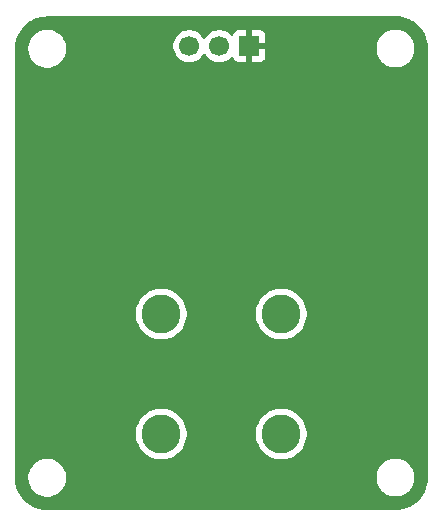
<source format=gbr>
%TF.GenerationSoftware,KiCad,Pcbnew,9.0.2*%
%TF.CreationDate,2025-11-13T14:06:28+01:00*%
%TF.ProjectId,current-meas,63757272-656e-4742-9d6d-6561732e6b69,rev?*%
%TF.SameCoordinates,Original*%
%TF.FileFunction,Copper,L2,Bot*%
%TF.FilePolarity,Positive*%
%FSLAX46Y46*%
G04 Gerber Fmt 4.6, Leading zero omitted, Abs format (unit mm)*
G04 Created by KiCad (PCBNEW 9.0.2) date 2025-11-13 14:06:28*
%MOMM*%
%LPD*%
G01*
G04 APERTURE LIST*
%TA.AperFunction,ComponentPad*%
%ADD10R,1.700000X1.700000*%
%TD*%
%TA.AperFunction,ComponentPad*%
%ADD11C,1.700000*%
%TD*%
%TA.AperFunction,ComponentPad*%
%ADD12C,3.300000*%
%TD*%
%TA.AperFunction,ViaPad*%
%ADD13C,0.700000*%
%TD*%
%TA.AperFunction,ViaPad*%
%ADD14C,0.600000*%
%TD*%
G04 APERTURE END LIST*
D10*
%TO.P,J2,1,Pin_1*%
%TO.N,GND*%
X152232889Y-94395000D03*
D11*
%TO.P,J2,2,Pin_2*%
%TO.N,VCC*%
X149692889Y-94395000D03*
%TO.P,J2,3,Pin_3*%
%TO.N,/ANALOG_OUT*%
X147152889Y-94395000D03*
%TD*%
D12*
%TO.P,J1,1,Pin_1*%
%TO.N,/Vin-*%
X144785389Y-117070000D03*
X144785389Y-127230000D03*
%TO.P,J1,2,Pin_2*%
%TO.N,/Vin+*%
X154945389Y-117070000D03*
X154945389Y-127230000D03*
%TD*%
D13*
%TO.N,GND*%
X155025000Y-94900000D03*
X154417889Y-103420000D03*
X154625000Y-94150000D03*
D14*
X149792889Y-104670000D03*
D13*
X154517889Y-100570000D03*
X155425000Y-94150000D03*
%TD*%
%TA.AperFunction,Conductor*%
%TO.N,GND*%
G36*
X164621385Y-91845696D02*
G01*
X164918792Y-91862396D01*
X164932596Y-91863952D01*
X165222855Y-91913268D01*
X165236398Y-91916359D01*
X165519303Y-91997862D01*
X165532428Y-92002455D01*
X165703407Y-92073276D01*
X165763767Y-92098278D01*
X165804421Y-92115117D01*
X165816943Y-92121146D01*
X165862180Y-92146148D01*
X166074621Y-92263560D01*
X166086395Y-92270958D01*
X166326510Y-92441327D01*
X166337364Y-92449983D01*
X166556894Y-92646166D01*
X166566725Y-92655997D01*
X166589066Y-92680997D01*
X166762908Y-92875525D01*
X166771566Y-92886382D01*
X166941939Y-93126500D01*
X166949332Y-93138266D01*
X167005531Y-93239949D01*
X167079733Y-93374207D01*
X167091743Y-93395936D01*
X167097777Y-93408465D01*
X167210440Y-93680459D01*
X167215033Y-93693584D01*
X167296536Y-93976487D01*
X167299630Y-93990044D01*
X167348945Y-94280286D01*
X167350502Y-94294104D01*
X167367194Y-94591331D01*
X167367389Y-94598284D01*
X167367389Y-130916519D01*
X167367194Y-130923472D01*
X167350491Y-131220893D01*
X167348934Y-131234711D01*
X167299619Y-131524951D01*
X167296525Y-131538508D01*
X167215022Y-131821412D01*
X167210429Y-131834537D01*
X167097768Y-132106526D01*
X167091734Y-132119055D01*
X166949324Y-132376724D01*
X166941927Y-132388497D01*
X166771565Y-132628600D01*
X166762895Y-132639472D01*
X166566719Y-132858993D01*
X166556886Y-132868826D01*
X166337366Y-133065000D01*
X166326494Y-133073670D01*
X166086389Y-133244032D01*
X166074615Y-133251430D01*
X165816943Y-133393840D01*
X165804414Y-133399873D01*
X165532428Y-133512532D01*
X165519303Y-133517125D01*
X165236401Y-133598627D01*
X165222845Y-133601721D01*
X164932602Y-133651035D01*
X164918783Y-133652592D01*
X164621166Y-133669305D01*
X164614321Y-133669500D01*
X164551999Y-133669500D01*
X164551795Y-133669553D01*
X164543604Y-133669561D01*
X164543603Y-133669560D01*
X164543602Y-133669561D01*
X135121419Y-133694496D01*
X135114361Y-133694301D01*
X134816997Y-133677601D01*
X134803179Y-133676044D01*
X134512939Y-133626729D01*
X134499382Y-133623635D01*
X134266252Y-133556471D01*
X134216475Y-133542130D01*
X134203358Y-133537540D01*
X133931365Y-133424876D01*
X133918836Y-133418842D01*
X133661165Y-133276431D01*
X133649391Y-133269033D01*
X133409291Y-133098672D01*
X133398420Y-133090003D01*
X133178899Y-132893827D01*
X133169066Y-132883994D01*
X132972891Y-132664473D01*
X132964221Y-132653601D01*
X132793859Y-132413497D01*
X132786461Y-132401723D01*
X132656070Y-132165798D01*
X132644048Y-132144047D01*
X132638019Y-132131525D01*
X132525358Y-131859535D01*
X132520765Y-131846411D01*
X132439262Y-131563509D01*
X132436168Y-131549952D01*
X132426997Y-131495975D01*
X132386852Y-131259701D01*
X132385298Y-131245902D01*
X132368584Y-130948271D01*
X132368389Y-130941319D01*
X132368389Y-130819038D01*
X133517389Y-130819038D01*
X133517389Y-131070962D01*
X133545096Y-131245893D01*
X133556799Y-131319785D01*
X133634649Y-131559383D01*
X133713302Y-131713747D01*
X133736282Y-131758848D01*
X133749021Y-131783848D01*
X133897090Y-131987649D01*
X133897094Y-131987654D01*
X134075234Y-132165794D01*
X134075239Y-132165798D01*
X134244630Y-132288867D01*
X134279044Y-132313870D01*
X134402402Y-132376724D01*
X134503505Y-132428239D01*
X134503507Y-132428239D01*
X134503510Y-132428241D01*
X134743104Y-132506090D01*
X134991927Y-132545500D01*
X134991928Y-132545500D01*
X135243850Y-132545500D01*
X135243851Y-132545500D01*
X135492674Y-132506090D01*
X135732268Y-132428241D01*
X135956734Y-132313870D01*
X136160545Y-132165793D01*
X136338682Y-131987656D01*
X136486759Y-131783845D01*
X136601130Y-131559379D01*
X136678979Y-131319785D01*
X136718389Y-131070962D01*
X136718389Y-130819038D01*
X136714429Y-130794038D01*
X163017389Y-130794038D01*
X163017389Y-131045962D01*
X163021349Y-131070962D01*
X163056799Y-131294785D01*
X163134649Y-131534383D01*
X163249021Y-131758848D01*
X163397090Y-131962649D01*
X163397094Y-131962654D01*
X163575234Y-132140794D01*
X163575239Y-132140798D01*
X163753006Y-132269952D01*
X163779044Y-132288870D01*
X163922073Y-132361747D01*
X164003505Y-132403239D01*
X164003507Y-132403239D01*
X164003510Y-132403241D01*
X164243104Y-132481090D01*
X164491927Y-132520500D01*
X164491928Y-132520500D01*
X164743850Y-132520500D01*
X164743851Y-132520500D01*
X164992674Y-132481090D01*
X165232268Y-132403241D01*
X165456734Y-132288870D01*
X165660545Y-132140793D01*
X165838682Y-131962656D01*
X165986759Y-131758845D01*
X166101130Y-131534379D01*
X166178979Y-131294785D01*
X166218389Y-131045962D01*
X166218389Y-130794038D01*
X166178979Y-130545215D01*
X166101130Y-130305621D01*
X166101128Y-130305618D01*
X166101128Y-130305616D01*
X166059636Y-130224184D01*
X165986759Y-130081155D01*
X165856850Y-129902350D01*
X165838687Y-129877350D01*
X165838683Y-129877345D01*
X165660543Y-129699205D01*
X165660538Y-129699201D01*
X165456737Y-129551132D01*
X165456736Y-129551131D01*
X165456734Y-129551130D01*
X165386636Y-129515413D01*
X165232272Y-129436760D01*
X164992674Y-129358910D01*
X164743851Y-129319500D01*
X164491927Y-129319500D01*
X164367515Y-129339205D01*
X164243103Y-129358910D01*
X164003505Y-129436760D01*
X163779040Y-129551132D01*
X163575239Y-129699201D01*
X163575234Y-129699205D01*
X163397094Y-129877345D01*
X163397090Y-129877350D01*
X163249021Y-130081151D01*
X163134649Y-130305616D01*
X163056799Y-130545214D01*
X163052839Y-130570215D01*
X163017389Y-130794038D01*
X136714429Y-130794038D01*
X136678979Y-130570215D01*
X136601130Y-130330621D01*
X136601128Y-130330618D01*
X136601128Y-130330616D01*
X136559636Y-130249184D01*
X136486759Y-130106155D01*
X136467841Y-130080117D01*
X136338687Y-129902350D01*
X136338683Y-129902345D01*
X136160543Y-129724205D01*
X136160538Y-129724201D01*
X135956737Y-129576132D01*
X135956736Y-129576131D01*
X135956734Y-129576130D01*
X135886636Y-129540413D01*
X135732272Y-129461760D01*
X135492674Y-129383910D01*
X135334831Y-129358910D01*
X135243851Y-129344500D01*
X134991927Y-129344500D01*
X134900947Y-129358910D01*
X134743103Y-129383910D01*
X134503505Y-129461760D01*
X134279040Y-129576132D01*
X134075239Y-129724201D01*
X134075234Y-129724205D01*
X133897094Y-129902345D01*
X133897090Y-129902350D01*
X133749021Y-130106151D01*
X133634649Y-130330616D01*
X133564922Y-130545214D01*
X133556799Y-130570215D01*
X133517389Y-130819038D01*
X132368389Y-130819038D01*
X132368389Y-127089041D01*
X142634889Y-127089041D01*
X142634889Y-127370958D01*
X142671684Y-127650439D01*
X142744648Y-127922743D01*
X142852524Y-128183179D01*
X142852529Y-128183190D01*
X142993472Y-128427309D01*
X142993477Y-128427317D01*
X143165089Y-128650965D01*
X143165093Y-128650970D01*
X143364418Y-128850295D01*
X143364422Y-128850298D01*
X143364424Y-128850300D01*
X143588072Y-129021912D01*
X143588079Y-129021916D01*
X143832198Y-129162859D01*
X143832203Y-129162861D01*
X143832206Y-129162863D01*
X144092650Y-129270742D01*
X144364947Y-129343704D01*
X144644438Y-129380500D01*
X144644445Y-129380500D01*
X144926333Y-129380500D01*
X144926340Y-129380500D01*
X145205831Y-129343704D01*
X145478128Y-129270742D01*
X145738572Y-129162863D01*
X145982706Y-129021912D01*
X146206354Y-128850300D01*
X146405689Y-128650965D01*
X146577301Y-128427317D01*
X146718252Y-128183183D01*
X146826131Y-127922739D01*
X146899093Y-127650442D01*
X146935889Y-127370951D01*
X146935889Y-127089049D01*
X146935888Y-127089041D01*
X152794889Y-127089041D01*
X152794889Y-127370958D01*
X152831684Y-127650439D01*
X152904648Y-127922743D01*
X153012524Y-128183179D01*
X153012529Y-128183190D01*
X153153472Y-128427309D01*
X153153477Y-128427317D01*
X153325089Y-128650965D01*
X153325093Y-128650970D01*
X153524418Y-128850295D01*
X153524422Y-128850298D01*
X153524424Y-128850300D01*
X153748072Y-129021912D01*
X153748079Y-129021916D01*
X153992198Y-129162859D01*
X153992203Y-129162861D01*
X153992206Y-129162863D01*
X154252650Y-129270742D01*
X154524947Y-129343704D01*
X154804438Y-129380500D01*
X154804445Y-129380500D01*
X155086333Y-129380500D01*
X155086340Y-129380500D01*
X155365831Y-129343704D01*
X155638128Y-129270742D01*
X155898572Y-129162863D01*
X156142706Y-129021912D01*
X156366354Y-128850300D01*
X156565689Y-128650965D01*
X156737301Y-128427317D01*
X156878252Y-128183183D01*
X156986131Y-127922739D01*
X157059093Y-127650442D01*
X157095889Y-127370951D01*
X157095889Y-127089049D01*
X157059093Y-126809558D01*
X156986131Y-126537261D01*
X156878252Y-126276817D01*
X156878250Y-126276814D01*
X156878248Y-126276809D01*
X156737305Y-126032690D01*
X156737301Y-126032683D01*
X156565689Y-125809035D01*
X156565687Y-125809033D01*
X156565684Y-125809029D01*
X156366359Y-125609704D01*
X156366354Y-125609700D01*
X156142706Y-125438088D01*
X156142700Y-125438084D01*
X156142698Y-125438083D01*
X155898579Y-125297140D01*
X155898568Y-125297135D01*
X155638132Y-125189259D01*
X155365828Y-125116295D01*
X155086347Y-125079500D01*
X155086340Y-125079500D01*
X154804438Y-125079500D01*
X154804430Y-125079500D01*
X154524949Y-125116295D01*
X154252645Y-125189259D01*
X153992209Y-125297135D01*
X153992198Y-125297140D01*
X153748079Y-125438083D01*
X153748071Y-125438089D01*
X153524418Y-125609704D01*
X153325093Y-125809029D01*
X153153478Y-126032682D01*
X153153472Y-126032690D01*
X153012529Y-126276809D01*
X153012524Y-126276820D01*
X152904648Y-126537256D01*
X152831684Y-126809560D01*
X152794889Y-127089041D01*
X146935888Y-127089041D01*
X146899093Y-126809558D01*
X146826131Y-126537261D01*
X146718252Y-126276817D01*
X146718250Y-126276814D01*
X146718248Y-126276809D01*
X146577305Y-126032690D01*
X146577301Y-126032683D01*
X146405689Y-125809035D01*
X146405687Y-125809033D01*
X146405684Y-125809029D01*
X146206359Y-125609704D01*
X146206354Y-125609700D01*
X145982706Y-125438088D01*
X145982700Y-125438084D01*
X145982698Y-125438083D01*
X145738579Y-125297140D01*
X145738568Y-125297135D01*
X145478132Y-125189259D01*
X145205828Y-125116295D01*
X144926347Y-125079500D01*
X144926340Y-125079500D01*
X144644438Y-125079500D01*
X144644430Y-125079500D01*
X144364949Y-125116295D01*
X144092645Y-125189259D01*
X143832209Y-125297135D01*
X143832198Y-125297140D01*
X143588079Y-125438083D01*
X143588071Y-125438089D01*
X143364418Y-125609704D01*
X143165093Y-125809029D01*
X142993478Y-126032682D01*
X142993472Y-126032690D01*
X142852529Y-126276809D01*
X142852524Y-126276820D01*
X142744648Y-126537256D01*
X142671684Y-126809560D01*
X142634889Y-127089041D01*
X132368389Y-127089041D01*
X132368389Y-116929041D01*
X142634889Y-116929041D01*
X142634889Y-117210958D01*
X142671684Y-117490439D01*
X142744648Y-117762743D01*
X142852524Y-118023179D01*
X142852529Y-118023190D01*
X142993472Y-118267309D01*
X142993477Y-118267317D01*
X143165089Y-118490965D01*
X143165093Y-118490970D01*
X143364418Y-118690295D01*
X143364422Y-118690298D01*
X143364424Y-118690300D01*
X143588072Y-118861912D01*
X143588079Y-118861916D01*
X143832198Y-119002859D01*
X143832203Y-119002861D01*
X143832206Y-119002863D01*
X144092650Y-119110742D01*
X144364947Y-119183704D01*
X144644438Y-119220500D01*
X144644445Y-119220500D01*
X144926333Y-119220500D01*
X144926340Y-119220500D01*
X145205831Y-119183704D01*
X145478128Y-119110742D01*
X145738572Y-119002863D01*
X145982706Y-118861912D01*
X146206354Y-118690300D01*
X146405689Y-118490965D01*
X146577301Y-118267317D01*
X146718252Y-118023183D01*
X146826131Y-117762739D01*
X146899093Y-117490442D01*
X146935889Y-117210951D01*
X146935889Y-116929049D01*
X146935888Y-116929041D01*
X152794889Y-116929041D01*
X152794889Y-117210958D01*
X152831684Y-117490439D01*
X152904648Y-117762743D01*
X153012524Y-118023179D01*
X153012529Y-118023190D01*
X153153472Y-118267309D01*
X153153477Y-118267317D01*
X153325089Y-118490965D01*
X153325093Y-118490970D01*
X153524418Y-118690295D01*
X153524422Y-118690298D01*
X153524424Y-118690300D01*
X153748072Y-118861912D01*
X153748079Y-118861916D01*
X153992198Y-119002859D01*
X153992203Y-119002861D01*
X153992206Y-119002863D01*
X154252650Y-119110742D01*
X154524947Y-119183704D01*
X154804438Y-119220500D01*
X154804445Y-119220500D01*
X155086333Y-119220500D01*
X155086340Y-119220500D01*
X155365831Y-119183704D01*
X155638128Y-119110742D01*
X155898572Y-119002863D01*
X156142706Y-118861912D01*
X156366354Y-118690300D01*
X156565689Y-118490965D01*
X156737301Y-118267317D01*
X156878252Y-118023183D01*
X156986131Y-117762739D01*
X157059093Y-117490442D01*
X157095889Y-117210951D01*
X157095889Y-116929049D01*
X157059093Y-116649558D01*
X156986131Y-116377261D01*
X156878252Y-116116817D01*
X156878250Y-116116814D01*
X156878248Y-116116809D01*
X156737305Y-115872690D01*
X156737301Y-115872683D01*
X156565689Y-115649035D01*
X156565687Y-115649033D01*
X156565684Y-115649029D01*
X156366359Y-115449704D01*
X156366354Y-115449700D01*
X156142706Y-115278088D01*
X156142700Y-115278084D01*
X156142698Y-115278083D01*
X155898579Y-115137140D01*
X155898568Y-115137135D01*
X155638132Y-115029259D01*
X155365828Y-114956295D01*
X155086347Y-114919500D01*
X155086340Y-114919500D01*
X154804438Y-114919500D01*
X154804430Y-114919500D01*
X154524949Y-114956295D01*
X154252645Y-115029259D01*
X153992209Y-115137135D01*
X153992198Y-115137140D01*
X153748079Y-115278083D01*
X153748071Y-115278089D01*
X153524418Y-115449704D01*
X153325093Y-115649029D01*
X153153478Y-115872682D01*
X153153472Y-115872690D01*
X153012529Y-116116809D01*
X153012524Y-116116820D01*
X152904648Y-116377256D01*
X152831684Y-116649560D01*
X152794889Y-116929041D01*
X146935888Y-116929041D01*
X146899093Y-116649558D01*
X146826131Y-116377261D01*
X146718252Y-116116817D01*
X146718250Y-116116814D01*
X146718248Y-116116809D01*
X146577305Y-115872690D01*
X146577301Y-115872683D01*
X146405689Y-115649035D01*
X146405687Y-115649033D01*
X146405684Y-115649029D01*
X146206359Y-115449704D01*
X146206354Y-115449700D01*
X145982706Y-115278088D01*
X145982700Y-115278084D01*
X145982698Y-115278083D01*
X145738579Y-115137140D01*
X145738568Y-115137135D01*
X145478132Y-115029259D01*
X145205828Y-114956295D01*
X144926347Y-114919500D01*
X144926340Y-114919500D01*
X144644438Y-114919500D01*
X144644430Y-114919500D01*
X144364949Y-114956295D01*
X144092645Y-115029259D01*
X143832209Y-115137135D01*
X143832198Y-115137140D01*
X143588079Y-115278083D01*
X143588071Y-115278089D01*
X143364418Y-115449704D01*
X143165093Y-115649029D01*
X142993478Y-115872682D01*
X142993472Y-115872690D01*
X142852529Y-116116809D01*
X142852524Y-116116820D01*
X142744648Y-116377256D01*
X142671684Y-116649560D01*
X142634889Y-116929041D01*
X132368389Y-116929041D01*
X132368389Y-94623480D01*
X132368584Y-94616527D01*
X132375463Y-94494038D01*
X133517389Y-94494038D01*
X133517389Y-94745962D01*
X133543911Y-94913412D01*
X133556799Y-94994785D01*
X133634649Y-95234383D01*
X133694768Y-95352372D01*
X133736282Y-95433848D01*
X133749021Y-95458848D01*
X133897090Y-95662649D01*
X133897094Y-95662654D01*
X134075234Y-95840794D01*
X134075239Y-95840798D01*
X134244630Y-95963867D01*
X134279044Y-95988870D01*
X134422073Y-96061747D01*
X134503505Y-96103239D01*
X134503507Y-96103239D01*
X134503510Y-96103241D01*
X134743104Y-96181090D01*
X134991927Y-96220500D01*
X134991928Y-96220500D01*
X135243850Y-96220500D01*
X135243851Y-96220500D01*
X135492674Y-96181090D01*
X135732268Y-96103241D01*
X135956734Y-95988870D01*
X136160545Y-95840793D01*
X136338682Y-95662656D01*
X136486759Y-95458845D01*
X136601130Y-95234379D01*
X136678979Y-94994785D01*
X136718389Y-94745962D01*
X136718389Y-94494038D01*
X136685868Y-94288713D01*
X145802389Y-94288713D01*
X145802389Y-94501286D01*
X145835642Y-94711239D01*
X145901333Y-94913414D01*
X145997840Y-95102820D01*
X146122779Y-95274786D01*
X146273102Y-95425109D01*
X146445068Y-95550048D01*
X146445070Y-95550049D01*
X146445073Y-95550051D01*
X146634477Y-95646557D01*
X146836646Y-95712246D01*
X147046602Y-95745500D01*
X147046603Y-95745500D01*
X147259175Y-95745500D01*
X147259176Y-95745500D01*
X147469132Y-95712246D01*
X147671301Y-95646557D01*
X147860705Y-95550051D01*
X147947367Y-95487088D01*
X148032675Y-95425109D01*
X148032677Y-95425106D01*
X148032681Y-95425104D01*
X148182993Y-95274792D01*
X148182995Y-95274788D01*
X148182998Y-95274786D01*
X148307937Y-95102820D01*
X148307936Y-95102820D01*
X148307940Y-95102816D01*
X148312403Y-95094054D01*
X148360377Y-95043259D01*
X148428197Y-95026463D01*
X148494333Y-95048999D01*
X148533375Y-95094056D01*
X148537840Y-95102820D01*
X148662779Y-95274786D01*
X148813102Y-95425109D01*
X148985068Y-95550048D01*
X148985070Y-95550049D01*
X148985073Y-95550051D01*
X149174477Y-95646557D01*
X149376646Y-95712246D01*
X149586602Y-95745500D01*
X149586603Y-95745500D01*
X149799175Y-95745500D01*
X149799176Y-95745500D01*
X150009132Y-95712246D01*
X150211301Y-95646557D01*
X150400705Y-95550051D01*
X150487367Y-95487088D01*
X150572673Y-95425110D01*
X150572673Y-95425109D01*
X150572681Y-95425104D01*
X150686606Y-95311178D01*
X150747925Y-95277696D01*
X150817617Y-95282680D01*
X150873551Y-95324551D01*
X150890466Y-95355528D01*
X150939535Y-95487088D01*
X150939538Y-95487093D01*
X151025698Y-95602187D01*
X151025701Y-95602190D01*
X151140795Y-95688350D01*
X151140802Y-95688354D01*
X151275509Y-95738596D01*
X151275516Y-95738598D01*
X151335044Y-95744999D01*
X151335061Y-95745000D01*
X151982889Y-95745000D01*
X151982889Y-94828012D01*
X152039896Y-94860925D01*
X152167063Y-94895000D01*
X152298715Y-94895000D01*
X152425882Y-94860925D01*
X152482889Y-94828012D01*
X152482889Y-95745000D01*
X153130717Y-95745000D01*
X153130733Y-95744999D01*
X153190261Y-95738598D01*
X153190268Y-95738596D01*
X153324975Y-95688354D01*
X153324982Y-95688350D01*
X153440076Y-95602190D01*
X153440079Y-95602187D01*
X153526239Y-95487093D01*
X153526243Y-95487086D01*
X153576485Y-95352379D01*
X153576487Y-95352372D01*
X153582888Y-95292844D01*
X153582889Y-95292827D01*
X153582889Y-94645000D01*
X152665901Y-94645000D01*
X152698814Y-94587993D01*
X152730689Y-94469038D01*
X163017389Y-94469038D01*
X163017389Y-94720962D01*
X163021349Y-94745962D01*
X163056799Y-94969785D01*
X163134649Y-95209383D01*
X163213302Y-95363747D01*
X163244568Y-95425110D01*
X163249021Y-95433848D01*
X163397090Y-95637649D01*
X163397094Y-95637654D01*
X163575234Y-95815794D01*
X163575239Y-95815798D01*
X163753006Y-95944952D01*
X163779044Y-95963870D01*
X163922073Y-96036747D01*
X164003505Y-96078239D01*
X164003507Y-96078239D01*
X164003510Y-96078241D01*
X164243104Y-96156090D01*
X164491927Y-96195500D01*
X164491928Y-96195500D01*
X164743850Y-96195500D01*
X164743851Y-96195500D01*
X164992674Y-96156090D01*
X165232268Y-96078241D01*
X165456734Y-95963870D01*
X165660545Y-95815793D01*
X165838682Y-95637656D01*
X165986759Y-95433845D01*
X166101130Y-95209379D01*
X166178979Y-94969785D01*
X166218389Y-94720962D01*
X166218389Y-94469038D01*
X166178979Y-94220215D01*
X166101130Y-93980621D01*
X166101128Y-93980618D01*
X166101128Y-93980616D01*
X166057504Y-93895000D01*
X165986759Y-93756155D01*
X165951484Y-93707603D01*
X165838687Y-93552350D01*
X165838683Y-93552345D01*
X165660543Y-93374205D01*
X165660538Y-93374201D01*
X165456737Y-93226132D01*
X165456736Y-93226131D01*
X165456734Y-93226130D01*
X165381525Y-93187809D01*
X165232272Y-93111760D01*
X164992674Y-93033910D01*
X164743851Y-92994500D01*
X164491927Y-92994500D01*
X164367515Y-93014205D01*
X164243103Y-93033910D01*
X164003505Y-93111760D01*
X163779040Y-93226132D01*
X163575239Y-93374201D01*
X163575234Y-93374205D01*
X163397094Y-93552345D01*
X163397090Y-93552350D01*
X163249021Y-93756151D01*
X163134649Y-93980616D01*
X163056799Y-94220214D01*
X163046197Y-94287153D01*
X163017389Y-94469038D01*
X152730689Y-94469038D01*
X152732889Y-94460826D01*
X152732889Y-94329174D01*
X152698814Y-94202007D01*
X152665901Y-94145000D01*
X153582889Y-94145000D01*
X153582889Y-93497172D01*
X153582888Y-93497155D01*
X153576487Y-93437627D01*
X153576485Y-93437620D01*
X153526243Y-93302913D01*
X153526239Y-93302906D01*
X153440079Y-93187812D01*
X153440076Y-93187809D01*
X153324982Y-93101649D01*
X153324975Y-93101645D01*
X153190268Y-93051403D01*
X153190261Y-93051401D01*
X153130733Y-93045000D01*
X152482889Y-93045000D01*
X152482889Y-93961988D01*
X152425882Y-93929075D01*
X152298715Y-93895000D01*
X152167063Y-93895000D01*
X152039896Y-93929075D01*
X151982889Y-93961988D01*
X151982889Y-93045000D01*
X151335044Y-93045000D01*
X151275516Y-93051401D01*
X151275509Y-93051403D01*
X151140802Y-93101645D01*
X151140795Y-93101649D01*
X151025701Y-93187809D01*
X151025698Y-93187812D01*
X150939538Y-93302906D01*
X150939535Y-93302912D01*
X150890466Y-93434471D01*
X150848594Y-93490404D01*
X150783130Y-93514821D01*
X150714857Y-93499969D01*
X150686603Y-93478818D01*
X150572675Y-93364890D01*
X150400709Y-93239951D01*
X150211303Y-93143444D01*
X150211302Y-93143443D01*
X150211301Y-93143443D01*
X150009132Y-93077754D01*
X150009130Y-93077753D01*
X150009129Y-93077753D01*
X149847846Y-93052208D01*
X149799176Y-93044500D01*
X149586602Y-93044500D01*
X149537931Y-93052208D01*
X149376649Y-93077753D01*
X149376646Y-93077754D01*
X149226644Y-93126493D01*
X149174474Y-93143444D01*
X148985068Y-93239951D01*
X148813102Y-93364890D01*
X148662779Y-93515213D01*
X148537838Y-93687182D01*
X148533373Y-93695946D01*
X148485398Y-93746742D01*
X148417577Y-93763536D01*
X148351442Y-93740998D01*
X148312405Y-93695946D01*
X148307939Y-93687182D01*
X148182998Y-93515213D01*
X148032675Y-93364890D01*
X147860709Y-93239951D01*
X147671303Y-93143444D01*
X147671302Y-93143443D01*
X147671301Y-93143443D01*
X147469132Y-93077754D01*
X147469130Y-93077753D01*
X147469129Y-93077753D01*
X147307846Y-93052208D01*
X147259176Y-93044500D01*
X147046602Y-93044500D01*
X146997931Y-93052208D01*
X146836649Y-93077753D01*
X146836646Y-93077754D01*
X146686644Y-93126493D01*
X146634474Y-93143444D01*
X146445068Y-93239951D01*
X146273102Y-93364890D01*
X146122779Y-93515213D01*
X145997840Y-93687179D01*
X145901333Y-93876585D01*
X145835642Y-94078760D01*
X145802389Y-94288713D01*
X136685868Y-94288713D01*
X136678979Y-94245215D01*
X136601130Y-94005621D01*
X136601128Y-94005618D01*
X136601128Y-94005616D01*
X136535383Y-93876585D01*
X136486759Y-93781155D01*
X136436440Y-93711896D01*
X136338687Y-93577350D01*
X136338683Y-93577345D01*
X136160543Y-93399205D01*
X136160538Y-93399201D01*
X135956737Y-93251132D01*
X135956736Y-93251131D01*
X135956734Y-93251130D01*
X135886636Y-93215413D01*
X135732272Y-93136760D01*
X135492674Y-93058910D01*
X135404850Y-93045000D01*
X135243851Y-93019500D01*
X134991927Y-93019500D01*
X134900947Y-93033910D01*
X134743103Y-93058910D01*
X134503505Y-93136760D01*
X134279040Y-93251132D01*
X134075239Y-93399201D01*
X134075234Y-93399205D01*
X133897094Y-93577345D01*
X133897090Y-93577350D01*
X133749021Y-93781151D01*
X133634649Y-94005616D01*
X133556799Y-94245214D01*
X133549056Y-94294104D01*
X133517389Y-94494038D01*
X132375463Y-94494038D01*
X132376127Y-94482213D01*
X132376127Y-94482212D01*
X132384721Y-94329174D01*
X132385287Y-94319096D01*
X132386841Y-94305297D01*
X132436160Y-94015033D01*
X132439248Y-94001501D01*
X132520757Y-93718575D01*
X132525347Y-93705462D01*
X132534816Y-93682602D01*
X132638012Y-93433460D01*
X132644034Y-93420954D01*
X132786455Y-93163264D01*
X132793850Y-93151496D01*
X132964226Y-92911372D01*
X132972867Y-92900536D01*
X133169068Y-92680986D01*
X133178880Y-92671174D01*
X133398431Y-92474971D01*
X133409263Y-92466333D01*
X133649404Y-92295943D01*
X133661150Y-92288563D01*
X133918845Y-92146139D01*
X133931339Y-92140122D01*
X134203370Y-92027442D01*
X134216455Y-92022863D01*
X134499397Y-91941348D01*
X134512918Y-91938263D01*
X134803188Y-91888942D01*
X134816986Y-91887388D01*
X135114210Y-91870695D01*
X135121052Y-91870500D01*
X135183783Y-91870500D01*
X135183990Y-91870444D01*
X164614396Y-91845502D01*
X164621385Y-91845696D01*
G37*
%TD.AperFunction*%
%TD*%
M02*

</source>
